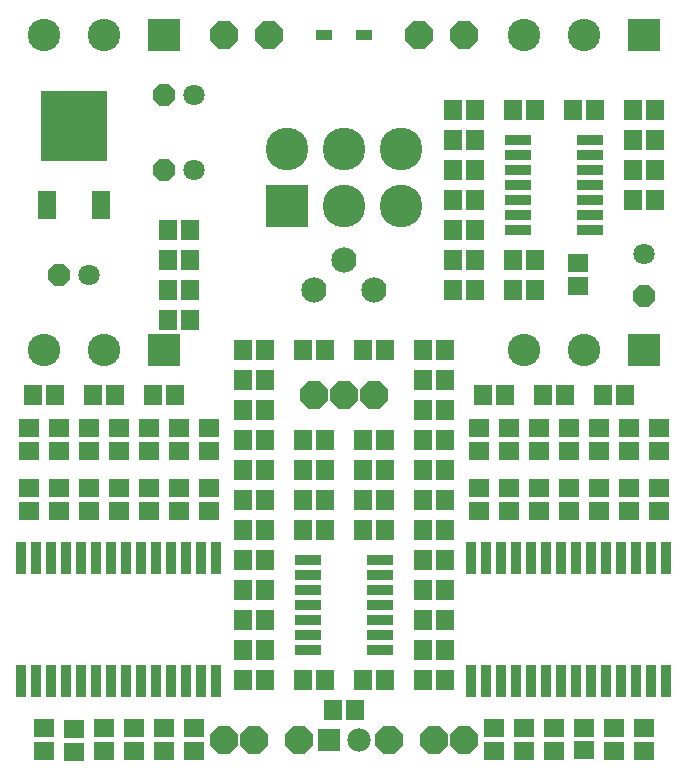
<source format=gbr>
G04 EAGLE Gerber RS-274X export*
G75*
%MOMM*%
%FSLAX34Y34*%
%LPD*%
%INSoldermask Top*%
%IPPOS*%
%AMOC8*
5,1,8,0,0,1.08239X$1,22.5*%
G01*
%ADD10P,2.556822X8X22.500000*%
%ADD11P,1.951982X8X202.500000*%
%ADD12C,1.803400*%
%ADD13R,1.503200X1.703200*%
%ADD14R,1.703200X1.503200*%
%ADD15C,1.981200*%
%ADD16R,1.981200X1.981200*%
%ADD17R,1.403200X0.953200*%
%ADD18R,2.743200X2.743200*%
%ADD19C,2.743200*%
%ADD20R,1.503200X2.353200*%
%ADD21R,5.703200X5.903200*%
%ADD22R,2.235200X0.863600*%
%ADD23P,2.556822X8X202.500000*%
%ADD24R,0.838200X2.743200*%
%ADD25R,3.619200X3.619200*%
%ADD26C,3.619200*%
%ADD27C,2.133600*%
%ADD28P,1.951982X8X292.500000*%


D10*
X190500Y838200D03*
D11*
X139700Y787400D03*
D12*
X165100Y787400D03*
D13*
X28600Y533400D03*
X47600Y533400D03*
D14*
X50800Y435000D03*
X50800Y454000D03*
X76200Y454000D03*
X76200Y435000D03*
D13*
X98400Y533400D03*
X79400Y533400D03*
X206400Y571500D03*
X225400Y571500D03*
D14*
X101600Y435000D03*
X101600Y454000D03*
X127000Y435000D03*
X127000Y454000D03*
X177800Y504800D03*
X177800Y485800D03*
X152400Y485800D03*
X152400Y504800D03*
D13*
X257200Y469900D03*
X276200Y469900D03*
D11*
X139700Y723900D03*
D12*
X165100Y723900D03*
D13*
X206400Y520700D03*
X225400Y520700D03*
D14*
X76200Y485800D03*
X76200Y504800D03*
X495300Y251410D03*
X495300Y232410D03*
D13*
X377800Y520700D03*
X358800Y520700D03*
X327000Y495300D03*
X308000Y495300D03*
D14*
X406400Y454000D03*
X406400Y435000D03*
X457200Y454000D03*
X457200Y435000D03*
X431800Y504800D03*
X431800Y485800D03*
D13*
X358800Y546100D03*
X377800Y546100D03*
X479400Y533400D03*
X460400Y533400D03*
D11*
X50800Y635000D03*
D12*
X76200Y635000D03*
D14*
X482600Y454000D03*
X482600Y435000D03*
X508000Y435000D03*
X508000Y454000D03*
D13*
X358800Y571500D03*
X377800Y571500D03*
D14*
X558800Y485800D03*
X558800Y504800D03*
X482600Y504800D03*
X482600Y485800D03*
D13*
X530200Y533400D03*
X511200Y533400D03*
X257200Y444500D03*
X276200Y444500D03*
X206400Y444500D03*
X225400Y444500D03*
X327000Y419100D03*
X308000Y419100D03*
X377800Y393700D03*
X358800Y393700D03*
X384200Y749300D03*
X403200Y749300D03*
X327000Y292100D03*
X308000Y292100D03*
X142900Y596900D03*
X161900Y596900D03*
X327000Y571500D03*
X308000Y571500D03*
X403200Y647700D03*
X384200Y647700D03*
D14*
X165100Y231800D03*
X165100Y250800D03*
D13*
X206400Y317500D03*
X225400Y317500D03*
D14*
X63500Y250140D03*
X63500Y231140D03*
D13*
X206400Y368300D03*
X225400Y368300D03*
D15*
X304800Y241300D03*
D16*
X279400Y241300D03*
D17*
X275100Y838200D03*
X309100Y838200D03*
D18*
X139700Y838200D03*
D19*
X88900Y838200D03*
X38100Y838200D03*
D10*
X393700Y838200D03*
X228600Y838200D03*
X355600Y838200D03*
X330200Y241300D03*
D20*
X40650Y694100D03*
D21*
X63500Y760750D03*
D20*
X86350Y694100D03*
D22*
X439166Y749300D03*
X500634Y749300D03*
X439166Y736600D03*
X439166Y723900D03*
X500634Y736600D03*
X500634Y723900D03*
X439166Y711200D03*
X500634Y711200D03*
X439166Y698500D03*
X439166Y685800D03*
X500634Y698500D03*
X500634Y685800D03*
X439166Y673100D03*
X500634Y673100D03*
X261366Y393700D03*
X322834Y393700D03*
X261366Y381000D03*
X261366Y368300D03*
X322834Y381000D03*
X322834Y368300D03*
X261366Y355600D03*
X322834Y355600D03*
X261366Y342900D03*
X261366Y330200D03*
X322834Y342900D03*
X322834Y330200D03*
X261366Y317500D03*
X322834Y317500D03*
D10*
X190500Y241300D03*
D23*
X254000Y241300D03*
D10*
X368300Y241300D03*
X393700Y241300D03*
D13*
X282600Y266700D03*
X301600Y266700D03*
X536600Y749300D03*
X555600Y749300D03*
X555600Y698500D03*
X536600Y698500D03*
X536600Y774700D03*
X555600Y774700D03*
D14*
X139700Y231800D03*
X139700Y250800D03*
D13*
X206400Y292100D03*
X225400Y292100D03*
X206400Y342900D03*
X225400Y342900D03*
D14*
X88900Y231800D03*
X88900Y250800D03*
X25400Y485800D03*
X25400Y504800D03*
D13*
X142900Y673100D03*
X161900Y673100D03*
D14*
X25400Y435000D03*
X25400Y454000D03*
X50800Y485800D03*
X50800Y504800D03*
X127000Y485800D03*
X127000Y504800D03*
X101600Y504800D03*
X101600Y485800D03*
D13*
X149200Y533400D03*
X130200Y533400D03*
X225400Y546100D03*
X206400Y546100D03*
X225400Y495300D03*
X206400Y495300D03*
X206400Y469900D03*
X225400Y469900D03*
D14*
X152400Y454000D03*
X152400Y435000D03*
X177800Y454000D03*
X177800Y435000D03*
D13*
X161900Y647700D03*
X142900Y647700D03*
D14*
X520700Y231800D03*
X520700Y250800D03*
D13*
X327000Y469900D03*
X308000Y469900D03*
X377800Y469900D03*
X358800Y469900D03*
X377800Y495300D03*
X358800Y495300D03*
D14*
X406400Y504800D03*
X406400Y485800D03*
X431800Y454000D03*
X431800Y435000D03*
D13*
X428600Y533400D03*
X409600Y533400D03*
D14*
X457200Y504800D03*
X457200Y485800D03*
X508000Y504800D03*
X508000Y485800D03*
X533400Y504800D03*
X533400Y485800D03*
D13*
X384200Y774700D03*
X403200Y774700D03*
D14*
X533400Y454000D03*
X533400Y435000D03*
X558800Y454000D03*
X558800Y435000D03*
D13*
X276200Y419100D03*
X257200Y419100D03*
X206400Y393700D03*
X225400Y393700D03*
X257200Y495300D03*
X276200Y495300D03*
X206400Y419100D03*
X225400Y419100D03*
D14*
X444500Y250800D03*
X444500Y231800D03*
D13*
X377800Y419100D03*
X358800Y419100D03*
X377800Y444500D03*
X358800Y444500D03*
X308000Y444500D03*
X327000Y444500D03*
X504800Y774700D03*
X485800Y774700D03*
X358800Y368300D03*
X377800Y368300D03*
D14*
X419100Y231800D03*
X419100Y250800D03*
D13*
X257200Y292100D03*
X276200Y292100D03*
X358800Y292100D03*
X377800Y292100D03*
X276200Y571500D03*
X257200Y571500D03*
X555600Y723900D03*
X536600Y723900D03*
X403200Y698500D03*
X384200Y698500D03*
X384200Y673100D03*
X403200Y673100D03*
X384200Y622300D03*
X403200Y622300D03*
X454000Y622300D03*
X435000Y622300D03*
D18*
X546100Y838200D03*
D19*
X495300Y838200D03*
X444500Y838200D03*
D24*
X19050Y290830D03*
X31750Y290830D03*
X44450Y290830D03*
X57150Y290830D03*
X69850Y290830D03*
X82550Y290830D03*
X95250Y290830D03*
X107950Y290830D03*
X120650Y290830D03*
X133350Y290830D03*
X146050Y290830D03*
X158750Y290830D03*
X171450Y290830D03*
X184150Y290830D03*
X184150Y394970D03*
X171450Y394970D03*
X158750Y394970D03*
X146050Y394970D03*
X133350Y394970D03*
X120650Y394970D03*
X107950Y394970D03*
X95250Y394970D03*
X82550Y394970D03*
X69850Y394970D03*
X57150Y394970D03*
X44450Y394970D03*
X31750Y394970D03*
X19050Y394970D03*
X400050Y290830D03*
X412750Y290830D03*
X425450Y290830D03*
X438150Y290830D03*
X450850Y290830D03*
X463550Y290830D03*
X476250Y290830D03*
X488950Y290830D03*
X501650Y290830D03*
X514350Y290830D03*
X527050Y290830D03*
X539750Y290830D03*
X552450Y290830D03*
X565150Y290830D03*
X565150Y394970D03*
X552450Y394970D03*
X539750Y394970D03*
X527050Y394970D03*
X514350Y394970D03*
X501650Y394970D03*
X488950Y394970D03*
X476250Y394970D03*
X463550Y394970D03*
X450850Y394970D03*
X438150Y394970D03*
X425450Y394970D03*
X412750Y394970D03*
X400050Y394970D03*
D14*
X469900Y231800D03*
X469900Y250800D03*
X38100Y231800D03*
X38100Y250800D03*
D13*
X435000Y647700D03*
X454000Y647700D03*
D14*
X490220Y625500D03*
X490220Y644500D03*
D18*
X139700Y571500D03*
D19*
X88900Y571500D03*
X38100Y571500D03*
D18*
X546100Y571500D03*
D19*
X495300Y571500D03*
X444500Y571500D03*
D14*
X114300Y250800D03*
X114300Y231800D03*
X546100Y231800D03*
X546100Y250800D03*
D10*
X292100Y533400D03*
X266700Y533400D03*
X317500Y533400D03*
X215900Y241300D03*
D13*
X377800Y317500D03*
X358800Y317500D03*
X358800Y342900D03*
X377800Y342900D03*
D25*
X243760Y693420D03*
D26*
X292060Y693420D03*
X340360Y693420D03*
X243760Y741720D03*
X292060Y741720D03*
X340360Y741720D03*
D27*
X266700Y622300D03*
X292100Y647700D03*
X317500Y622300D03*
D13*
X384200Y723900D03*
X403200Y723900D03*
X142900Y622300D03*
X161900Y622300D03*
X454000Y774700D03*
X435000Y774700D03*
D28*
X546100Y617220D03*
D12*
X546100Y652780D03*
M02*

</source>
